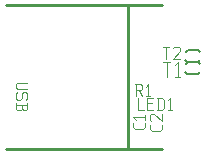
<source format=gbr>
G04 start of page 13 for group -4079 idx -4079 *
G04 Title: (unknown), topsilk *
G04 Creator: pcb 4.2.0 *
G04 CreationDate: Tue Jun 16 07:47:16 2020 UTC *
G04 For: commonadmin *
G04 Format: Gerber/RS-274X *
G04 PCB-Dimensions (mil): 6000.00 5000.00 *
G04 PCB-Coordinate-Origin: lower left *
%MOIN*%
%FSLAX25Y25*%
%LNTOPSILK*%
%ADD49C,0.0048*%
%ADD48C,0.0040*%
%ADD47C,0.0100*%
%ADD46C,0.0060*%
G54D46*X64600Y29400D02*X65400Y30200D01*
X61100Y29400D02*X64600D01*
X60400Y30100D02*X61100Y29400D01*
X61200Y33400D02*X60500Y32700D01*
X61200Y33400D02*X64700D01*
X65400Y32700D02*X64700Y33400D01*
X64600Y25400D02*X65400Y26200D01*
X61100Y25400D02*X64600D01*
X60400Y26100D02*X61100Y25400D01*
X61200Y29400D02*X60500Y28700D01*
X61200Y29400D02*X64700D01*
X65400Y28700D02*X64700Y29400D01*
G54D47*X750Y48500D02*X52750D01*
X750Y500D02*X52750D01*
X41250Y48500D02*Y500D01*
G54D48*X4340Y22500D02*X7770D01*
X4340D02*X3850Y22010D01*
Y21030D01*
X4340Y20540D01*
X7770D01*
Y17404D02*X7280Y16914D01*
X7770Y18874D02*Y17404D01*
X7280Y19364D02*X7770Y18874D01*
X6300Y19364D02*X7280D01*
X6300D02*X5810Y18874D01*
Y17404D01*
X5320Y16914D01*
X4340D02*X5320D01*
X3850Y17404D02*X4340Y16914D01*
X3850Y18874D02*Y17404D01*
X4340Y19364D02*X3850Y18874D01*
Y15738D02*Y13778D01*
X4340Y13288D01*
X5516D01*
X6006Y13778D02*X5516Y13288D01*
X6006Y15248D02*Y13778D01*
X3850Y15248D02*X7770D01*
Y15738D02*Y13778D01*
X7280Y13288D01*
X6496D02*X7280D01*
X6006Y13778D02*X6496Y13288D01*
X47000Y9000D02*Y7700D01*
X46300Y7000D02*X47000Y7700D01*
X43700Y7000D02*X46300D01*
X43700D02*X43000Y7700D01*
Y9000D02*Y7700D01*
X43800Y10200D02*X43000Y11000D01*
X47000D01*
Y11700D02*Y10200D01*
X52500Y8500D02*Y7200D01*
X51800Y6500D02*X52500Y7200D01*
X49200Y6500D02*X51800D01*
X49200D02*X48500Y7200D01*
Y8500D02*Y7200D01*
X49000Y9700D02*X48500Y10200D01*
Y11700D02*Y10200D01*
Y11700D02*X49000Y12200D01*
X50000D01*
X52500Y9700D02*X50000Y12200D01*
X52500D02*Y9700D01*
X43500Y22000D02*X45500D01*
X46000Y21500D01*
Y20500D01*
X45500Y20000D02*X46000Y20500D01*
X44000Y20000D02*X45500D01*
X44000Y22000D02*Y18000D01*
X44800Y20000D02*X46000Y18000D01*
X47200Y21200D02*X48000Y22000D01*
Y18000D01*
X47200D02*X48700D01*
X44500Y17500D02*Y13500D01*
X46500D01*
X47700Y15700D02*X49200D01*
X47700Y13500D02*X49700D01*
X47700Y17500D02*Y13500D01*
Y17500D02*X49700D01*
X51400D02*Y13500D01*
X52700Y17500D02*X53400Y16800D01*
Y14200D01*
X52700Y13500D02*X53400Y14200D01*
X50900Y13500D02*X52700D01*
X50900Y17500D02*X52700D01*
X54600Y16700D02*X55400Y17500D01*
Y13500D01*
X54600D02*X56100D01*
X53000Y34500D02*X55000D01*
X54000D02*Y30500D01*
X56200Y34000D02*X56700Y34500D01*
X58200D01*
X58700Y34000D01*
Y33000D01*
X56200Y30500D02*X58700Y33000D01*
X56200Y30500D02*X58700D01*
G54D49*X53000Y29290D02*X55420D01*
X54210D02*Y24450D01*
X56872Y28322D02*X57840Y29290D01*
Y24450D01*
X56872D02*X58687D01*
M02*

</source>
